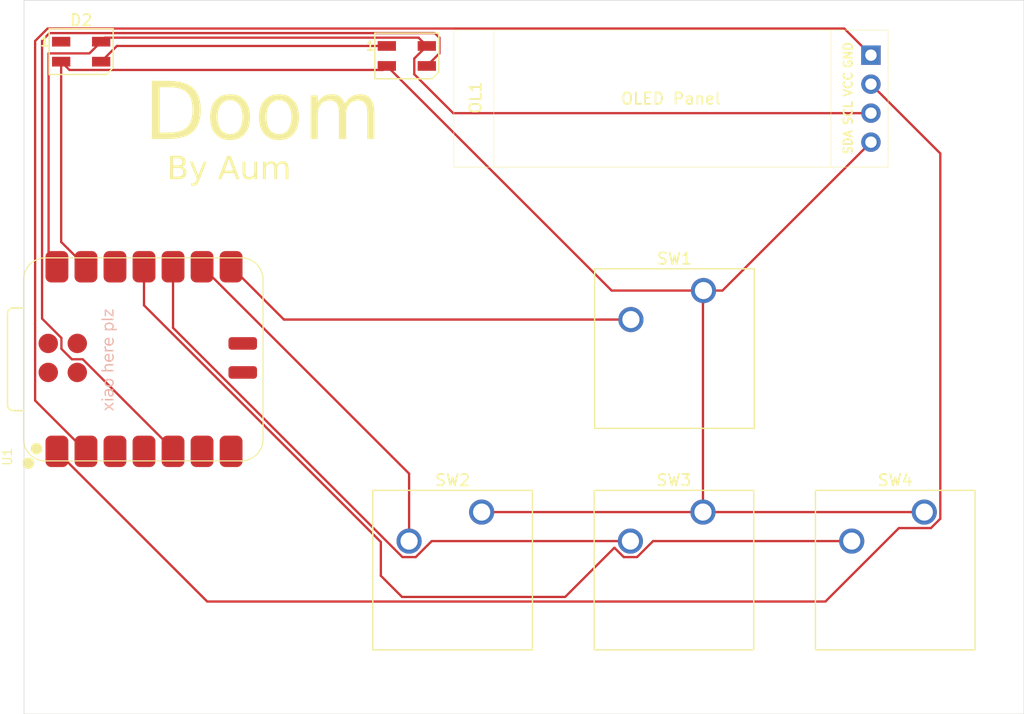
<source format=kicad_pcb>
(kicad_pcb (version 20241229) (generator "pcbnew") (generator_version "9.0")
  (layers (0 "F.Cu" signal) (2 "B.Cu" signal) (13 "F.Paste" user) (15 "B.Paste" user) (5 "F.SilkS" user "F.Silkscreen") (7 "B.SilkS" user "B.Silkscreen") (1 "F.Mask" user) (3 "B.Mask" user) (25 "Edge.Cuts" user))
  (net 0 "")
  (net 1 "+5V")
  (net 2 "GND")
  (net 3 "Net-(D1-DOUT)")
  (net 4 "Net-(D1-DIN)")
  (net 5 "Net-(OL1-SDA)")
  (net 6 "Net-(OL1-SCL)")
  (net 7 "Net-(U1-GPIO1_D7_CSn_RX)")
  (net 8 "Net-(U1-GPIO2_D8_SCK)")
  (net 9 "Net-(U1-GPIO4_D9_MISO)")
  (net 10 "Net-(U1-GPIO3_D10_MOSI)")
  (footprint "LED_SMD:LED_SK6812MINI_PLCC4_3.5x3.5mm_P1.75mm" (layer "F.Cu") (at 119.5 107.375)
    (property "Reference" "D1" (hide yes))
    (property "Value" "SK6812MINI" (hide yes))
    (fp_line (start -2.8 -2) (end -2.8 2) (stroke (width 0.12)) (layer "F.SilkS"))
    (fp_line (start -2.8 -2) (end 2.8 -2) (stroke (width 0.12)) (layer "F.SilkS"))
    (fp_line (start -2.8 2) (end 2.2 2) (stroke (width 0.12)) (layer "F.SilkS"))
    (fp_line (start 2.8 1.4) (end 2.2 2) (stroke (width 0.12)) (layer "F.SilkS"))
    (fp_line (start 2.8 1.4) (end 2.8 -2) (stroke (width 0.12)) (layer "F.SilkS"))
    (fp_text user "1" (at -3.2 -0.875 0) (layer "F.SilkS") (effects (font (size 0.8 0.8))))
    (pad "1" smd rect (at -1.75 -0.875) (size 1.6 0.85) (layers "F.Cu" "F.Mask" "F.Paste") (net 3 "Net-(D1-DOUT)"))
    (pad "2" smd rect (at -1.75 0.875) (size 1.6 0.85) (layers "F.Cu" "F.Mask" "F.Paste") (net 2 "GND"))
    (pad "3" smd rect (at 1.75 0.875) (size 1.6 0.85) (layers "F.Cu" "F.Mask" "F.Paste") (net 4 "Net-(D1-DIN)"))
    (pad "4" smd rect (at 1.75 -0.875) (size 1.6 0.85) (layers "F.Cu" "F.Mask" "F.Paste") (net 1 "+5V"))
  )
  (footprint "LED_SMD:LED_SK6812MINI_PLCC4_3.5x3.5mm_P1.75mm" (layer "F.Cu") (at 91 107)
    (property "Reference" "D2" (at 0 -2.75 0) (layer "F.SilkS"))
    (property "Value" "SK6812MINI")
    (fp_line (start -2.8 -2) (end -2.8 2) (stroke (width 0.12)) (layer "F.SilkS"))
    (fp_line (start -2.8 -2) (end 2.8 -2) (stroke (width 0.12)) (layer "F.SilkS"))
    (fp_line (start -2.8 2) (end 2.2 2) (stroke (width 0.12)) (layer "F.SilkS"))
    (fp_line (start 2.8 1.4) (end 2.2 2) (stroke (width 0.12)) (layer "F.SilkS"))
    (fp_line (start 2.8 1.4) (end 2.8 -2) (stroke (width 0.12)) (layer "F.SilkS"))
    (fp_text user "1" (at -3.2 -0.875 0) (layer "F.SilkS") (effects (font (size 0.8 0.8))))
    (pad "1" smd rect (at -1.75 -0.875) (size 1.6 0.85) (layers "F.Cu" "F.Mask" "F.Paste"))
    (pad "2" smd rect (at -1.75 0.875) (size 1.6 0.85) (layers "F.Cu" "F.Mask" "F.Paste") (net 2 "GND"))
    (pad "3" smd rect (at 1.75 0.875) (size 1.6 0.85) (layers "F.Cu" "F.Mask" "F.Paste") (net 3 "Net-(D1-DOUT)"))
    (pad "4" smd rect (at 1.75 -0.875) (size 1.6 0.85) (layers "F.Cu" "F.Mask" "F.Paste") (net 1 "+5V"))
  )
  (footprint "oled:SSD1306-0.91-OLED-4pin-128x32" (layer "F.Cu") (at 123.615 105.115)
    (property "Reference" "OL1" (at 1.9 5.91 90) (layer "F.SilkS"))
    (property "Value" "OLED")
    (fp_line (start 0 0) (end 0 12) (stroke (width 0.04)) (layer "F.SilkS"))
    (fp_line (start 0 12) (end 38 12) (stroke (width 0.04)) (layer "F.SilkS"))
    (fp_line (start 3.5 0) (end 3.5 12) (stroke (width 0.04)) (layer "F.SilkS"))
    (fp_line (start 33 0) (end 33 12) (stroke (width 0.04)) (layer "F.SilkS"))
    (fp_line (start 38 0) (end 0 0) (stroke (width 0.04)) (layer "F.SilkS"))
    (fp_line (start 38 12) (end 38 0) (stroke (width 0.04)) (layer "F.SilkS"))
    (fp_text user "SCL" (at 34.5 7.27 90) (layer "F.SilkS") (effects (font (size 0.75 0.75))))
    (fp_text user "VCC" (at 34.5 4.73 90) (layer "F.SilkS") (effects (font (size 0.75 0.75))))
    (fp_text user "OLED Panel" (at 19 6 0) (layer "F.SilkS"))
    (fp_text user "SDA" (at 34.5 9.81 90) (layer "F.SilkS") (effects (font (size 0.75 0.75))))
    (fp_text user "GND" (at 34.5 2.19 90) (layer "F.SilkS") (effects (font (size 0.75 0.75))))
    (pad "1" thru_hole rect (at 36.5 2.19) (size 1.7 1.7) (drill 1) (layers "*.Cu" "*.Mask") (net 5 "Net-(OL1-SDA)"))
    (pad "2" thru_hole oval (at 36.5 4.73) (size 1.7 1.7) (drill 1) (layers "*.Cu" "*.Mask") (net 6 "Net-(OL1-SCL)"))
    (pad "3" thru_hole oval (at 36.5 7.27) (size 1.7 1.7) (drill 1) (layers "*.Cu" "*.Mask") (net 1 "+5V"))
    (pad "4" thru_hole oval (at 36.5 9.81) (size 1.7 1.7) (drill 1) (layers "*.Cu" "*.Mask") (net 2 "GND"))
  )
  (footprint "Button_Switch_Keyboard:SW_Cherry_MX_1.00u_PCB" (layer "F.Cu") (at 164.7825 147.32)
    (property "Reference" "SW4" (at -2.54 -2.794 0) (layer "F.SilkS"))
    (property "Value" "SW_Push")
    (fp_line (start -9.525 -1.905) (end 4.445 -1.905) (stroke (width 0.12)) (layer "F.SilkS"))
    (fp_line (start -9.525 12.065) (end -9.525 -1.905) (stroke (width 0.12)) (layer "F.SilkS"))
    (fp_line (start 4.445 -1.905) (end 4.445 12.065) (stroke (width 0.12)) (layer "F.SilkS"))
    (fp_line (start 4.445 12.065) (end -9.525 12.065) (stroke (width 0.12)) (layer "F.SilkS"))
    (pad "" np_thru_hole circle (at -7.62 5.08) (size 1.7 1.7) (drill 1.7) (layers "*.Cu" "*.Mask"))
    (pad "" np_thru_hole circle (at -2.54 5.08) (size 4 4) (drill 4) (layers "*.Cu" "*.Mask"))
    (pad "" np_thru_hole circle (at 2.54 5.08) (size 1.7 1.7) (drill 1.7) (layers "*.Cu" "*.Mask"))
    (pad "1" thru_hole circle (at 0 0) (size 2.2 2.2) (drill 1.5) (layers "*.Cu" "*.Mask") (net 2 "GND"))
    (pad "2" thru_hole circle (at -6.35 2.54) (size 2.2 2.2) (drill 1.5) (layers "*.Cu" "*.Mask") (net 10 "Net-(U1-GPIO3_D10_MOSI)"))
  )
  (footprint "hackpack2.0:XIAO-RP2040-SMD" (layer "F.Cu") (at 96.5 134 90)
    (property "Reference" "U1" (at -9.335 -11.5 90) (layer "F.SilkS") (effects (font (size 0.78232 0.78232) (thickness 0.10668)) (justify left bottom)))
    (property "Value" "XIAO-RP2040-SMD")
    (fp_line (start -3.936272 -11.947) (end 4.059 -11.947) (stroke (width 0.127)) (layer "F.SilkS"))
    (fp_line (start 4.559 -11.447) (end 4.559 -10.537) (stroke (width 0.127)) (layer "F.SilkS"))
    (fp_line (start 7.04 -10.537) (end -6.93 -10.537) (stroke (width 0.1)) (layer "F.SilkS"))
    (fp_line (start -4.44 -10.537) (end -4.436272 -11.447272) (stroke (width 0.127)) (layer "F.SilkS"))
    (fp_line (start 8.945 8.513) (end 8.945 -8.632) (stroke (width 0.1)) (layer "F.SilkS"))
    (fp_line (start -8.835 8.513) (end -8.835 -8.632) (stroke (width 0.1)) (layer "F.SilkS"))
    (fp_line (start -6.93 10.418) (end 7.04 10.418) (stroke (width 0.1)) (layer "F.SilkS"))
    (fp_arc (start 4.059 -11.947) (mid 4.412553 -11.800553) (end 4.559 -11.447) (stroke (width 0.127)) (layer "F.SilkS"))
    (fp_arc (start -4.436272 -11.447272) (mid -4.289724 -11.800644) (end -3.936272 -11.947) (stroke (width 0.127)) (layer "F.SilkS"))
    (fp_arc (start 7.04 -10.537) (mid 8.387038 -9.979038) (end 8.945 -8.632) (stroke (width 0.1)) (layer "F.SilkS"))
    (fp_arc (start -8.835 -8.636) (mid -8.277038 -9.983038) (end -6.93 -10.541) (stroke (width 0.1)) (layer "F.SilkS"))
    (fp_arc (start 8.945 8.513) (mid 8.387038 9.860038) (end 7.04 10.418) (stroke (width 0.1)) (layer "F.SilkS"))
    (fp_arc (start -6.93 10.418) (mid -8.277038 9.860038) (end -8.835 8.513) (stroke (width 0.1)) (layer "F.SilkS"))
    (fp_circle (center -9.045 -10.121) (end -9.045 -10.375) (stroke (width 0.5)) (fill yes) (layer "F.SilkS"))
    (fp_circle (center -7.771 -9.404) (end -7.771 -9.658) (stroke (width 0.5)) (fill yes) (layer "F.SilkS"))
    (pad "1" smd roundrect (at -8 -7.62 90) (size 2.75 2) (layers "F.Cu" "F.Mask" "F.Paste") (net 6 "Net-(OL1-SCL)"))
    (pad "2" smd roundrect (at -8 -5.08 90) (size 2.75 2) (layers "F.Cu" "F.Mask" "F.Paste") (net 5 "Net-(OL1-SDA)"))
    (pad "3" smd roundrect (at -8 -2.54 90) (size 2.75 2) (layers "F.Cu" "F.Mask" "F.Paste"))
    (pad "4" smd roundrect (at -8 0 90) (size 2.75 2) (layers "F.Cu" "F.Mask" "F.Paste"))
    (pad "5" smd roundrect (at -8 2.54 90) (size 2.75 2) (layers "F.Cu" "F.Mask" "F.Paste") (net 4 "Net-(D1-DIN)"))
    (pad "6" smd roundrect (at -8 5.08 90) (size 2.75 2) (layers "F.Cu" "F.Mask" "F.Paste"))
    (pad "7" smd roundrect (at -8 7.62 90) (size 2.75 2) (layers "F.Cu" "F.Mask" "F.Paste"))
    (pad "8" smd roundrect (at 8.165 7.62 90) (size 2.75 2) (layers "F.Cu" "F.Mask" "F.Paste") (net 7 "Net-(U1-GPIO1_D7_CSn_RX)"))
    (pad "9" smd roundrect (at 8.165 5.08 90) (size 2.75 2) (layers "F.Cu" "F.Mask" "F.Paste") (net 8 "Net-(U1-GPIO2_D8_SCK)"))
    (pad "10" smd roundrect (at 8.165 2.54 90) (size 2.75 2) (layers "F.Cu" "F.Mask" "F.Paste") (net 9 "Net-(U1-GPIO4_D9_MISO)"))
    (pad "11" smd roundrect (at 8.165 0 90) (size 2.75 2) (layers "F.Cu" "F.Mask" "F.Paste") (net 10 "Net-(U1-GPIO3_D10_MOSI)"))
    (pad "12" smd roundrect (at 8.165 -2.54 90) (size 2.75 2) (layers "F.Cu" "F.Mask" "F.Paste"))
    (pad "13" smd roundrect (at 8.165 -5.08 90) (size 2.75 2) (layers "F.Cu" "F.Mask" "F.Paste") (net 2 "GND"))
    (pad "14" smd roundrect (at 8.165 -7.62 90) (size 2.75 2) (layers "F.Cu" "F.Mask" "F.Paste") (net 1 "+5V"))
    (pad "15" smd roundrect (at -1.088 8.64) (size 2.5 1.1) (layers "F.Cu" "F.Mask" "F.Paste"))
    (pad "16" smd roundrect (at 1.452 8.64) (size 2.5 1.1) (layers "F.Cu" "F.Mask" "F.Paste"))
    (pad "17" smd circle (at -1.088 -8.378 90) (size 1.7 1.7) (layers "F.Cu" "F.Mask" "F.Paste"))
    (pad "18" smd circle (at 1.452 -8.378 90) (size 1.7 1.7) (layers "F.Cu" "F.Mask" "F.Paste"))
    (pad "19" smd circle (at -1.088 -5.838 90) (size 1.7 1.7) (layers "F.Cu" "F.Mask" "F.Paste"))
    (pad "20" smd circle (at 1.452 -5.838 90) (size 1.7 1.7) (layers "F.Cu" "F.Mask" "F.Paste"))
  )
  (footprint "Button_Switch_Keyboard:SW_Cherry_MX_1.00u_PCB" (layer "F.Cu") (at 145.415 147.32)
    (property "Reference" "SW3" (at -2.54 -2.794 0) (layer "F.SilkS"))
    (property "Value" "SW_Push")
    (fp_line (start -9.525 -1.905) (end 4.445 -1.905) (stroke (width 0.12)) (layer "F.SilkS"))
    (fp_line (start -9.525 12.065) (end -9.525 -1.905) (stroke (width 0.12)) (layer "F.SilkS"))
    (fp_line (start 4.445 -1.905) (end 4.445 12.065) (stroke (width 0.12)) (layer "F.SilkS"))
    (fp_line (start 4.445 12.065) (end -9.525 12.065) (stroke (width 0.12)) (layer "F.SilkS"))
    (pad "" np_thru_hole circle (at -7.62 5.08) (size 1.7 1.7) (drill 1.7) (layers "*.Cu" "*.Mask"))
    (pad "" np_thru_hole circle (at -2.54 5.08) (size 4 4) (drill 4) (layers "*.Cu" "*.Mask"))
    (pad "" np_thru_hole circle (at 2.54 5.08) (size 1.7 1.7) (drill 1.7) (layers "*.Cu" "*.Mask"))
    (pad "1" thru_hole circle (at 0 0) (size 2.2 2.2) (drill 1.5) (layers "*.Cu" "*.Mask") (net 2 "GND"))
    (pad "2" thru_hole circle (at -6.35 2.54) (size 2.2 2.2) (drill 1.5) (layers "*.Cu" "*.Mask") (net 9 "Net-(U1-GPIO4_D9_MISO)"))
  )
  (footprint "Button_Switch_Keyboard:SW_Cherry_MX_1.00u_PCB" (layer "F.Cu") (at 126.0475 147.32)
    (property "Reference" "SW2" (at -2.54 -2.794 0) (layer "F.SilkS"))
    (property "Value" "SW_Push")
    (fp_line (start -9.525 -1.905) (end 4.445 -1.905) (stroke (width 0.12)) (layer "F.SilkS"))
    (fp_line (start -9.525 12.065) (end -9.525 -1.905) (stroke (width 0.12)) (layer "F.SilkS"))
    (fp_line (start 4.445 -1.905) (end 4.445 12.065) (stroke (width 0.12)) (layer "F.SilkS"))
    (fp_line (start 4.445 12.065) (end -9.525 12.065) (stroke (width 0.12)) (layer "F.SilkS"))
    (pad "" np_thru_hole circle (at -7.62 5.08) (size 1.7 1.7) (drill 1.7) (layers "*.Cu" "*.Mask"))
    (pad "" np_thru_hole circle (at -2.54 5.08) (size 4 4) (drill 4) (layers "*.Cu" "*.Mask"))
    (pad "" np_thru_hole circle (at 2.54 5.08) (size 1.7 1.7) (drill 1.7) (layers "*.Cu" "*.Mask"))
    (pad "1" thru_hole circle (at 0 0) (size 2.2 2.2) (drill 1.5) (layers "*.Cu" "*.Mask") (net 2 "GND"))
    (pad "2" thru_hole circle (at -6.35 2.54) (size 2.2 2.2) (drill 1.5) (layers "*.Cu" "*.Mask") (net 8 "Net-(U1-GPIO2_D8_SCK)"))
  )
  (footprint "Button_Switch_Keyboard:SW_Cherry_MX_1.00u_PCB" (layer "F.Cu") (at 145.46 127.92)
    (property "Reference" "SW1" (at -2.54 -2.794 0) (layer "F.SilkS"))
    (property "Value" "SW_Push")
    (fp_line (start -9.525 -1.905) (end 4.445 -1.905) (stroke (width 0.12)) (layer "F.SilkS"))
    (fp_line (start -9.525 12.065) (end -9.525 -1.905) (stroke (width 0.12)) (layer "F.SilkS"))
    (fp_line (start 4.445 -1.905) (end 4.445 12.065) (stroke (width 0.12)) (layer "F.SilkS"))
    (fp_line (start 4.445 12.065) (end -9.525 12.065) (stroke (width 0.12)) (layer "F.SilkS"))
    (pad "" np_thru_hole circle (at -7.62 5.08) (size 1.7 1.7) (drill 1.7) (layers "*.Cu" "*.Mask"))
    (pad "" np_thru_hole circle (at -2.54 5.08) (size 4 4) (drill 4) (layers "*.Cu" "*.Mask"))
    (pad "" np_thru_hole circle (at 2.54 5.08) (size 1.7 1.7) (drill 1.7) (layers "*.Cu" "*.Mask"))
    (pad "1" thru_hole circle (at 0 0) (size 2.2 2.2) (drill 1.5) (layers "*.Cu" "*.Mask") (net 2 "GND"))
    (pad "2" thru_hole circle (at -6.35 2.54) (size 2.2 2.2) (drill 1.5) (layers "*.Cu" "*.Mask") (net 7 "Net-(U1-GPIO1_D7_CSn_RX)"))
  )
  (gr_rect (start 86 102.5) (end 173.5 165) (stroke (width 0.05)) (fill no) (layer "Edge.Cuts"))
  (gr_text "By Aum" (at 98.5 118.5 0) (layer "F.SilkS") (effects (font (size 2 2)) (justify left bottom)))
  (gr_text "Doom\n" (at 96.5 115.5 0) (layer "F.SilkS") (effects (font (size 5 5)) (justify left bottom)))
  (gr_text "xiao here plz" (at 94 138.5 90) (layer "B.SilkS") (effects (font (size 1 1)) (justify left bottom)))
  (segment (start 121.25 106.5) (end 120.149 107.601) (width 0.2) (layer "F.Cu") (net 1))
  (segment (start 121.25 106.5) (end 120.524 105.774) (width 0.2) (layer "F.Cu") (net 1))
  (segment (start 93.101 105.774) (end 92.75 106.125) (width 0.2) (layer "F.Cu") (net 1))
  (segment (start 91.726 107.149) (end 92.75 106.125) (width 0.2) (layer "F.Cu") (net 1))
  (segment (start 88.149 107.149) (end 91.726 107.149) (width 0.2) (layer "F.Cu") (net 1))
  (segment (start 88.88 125.835) (end 88.149 125.104) (width 0.2) (layer "F.Cu") (net 1))
  (segment (start 88.149 125.104) (end 88.149 107.149) (width 0.2) (layer "F.Cu") (net 1))
  (segment (start 120.149 107.601) (end 120.149 108.976) (width 0.2) (layer "F.Cu") (net 1))
  (segment (start 120.149 108.976) (end 123.558 112.385) (width 0.2) (layer "F.Cu") (net 1))
  (segment (start 120.524 105.774) (end 93.101 105.774) (width 0.2) (layer "F.Cu") (net 1))
  (segment (start 123.558 112.385) (end 160.115 112.385) (width 0.2) (layer "F.Cu") (net 1))
  (segment (start 89.25 123.665) (end 91.42 125.835) (width 0.2) (layer "F.Cu") (net 2))
  (segment (start 117.399 108.601) (end 89.976 108.601) (width 0.2) (layer "F.Cu") (net 2))
  (segment (start 89.25 107.875) (end 89.25 123.665) (width 0.2) (layer "F.Cu") (net 2))
  (segment (start 126.0475 147.32) (end 164.7825 147.32) (width 0.2) (layer "F.Cu") (net 2))
  (segment (start 117.75 108.25) (end 117.399 108.601) (width 0.2) (layer "F.Cu") (net 2))
  (segment (start 145.46 127.92) (end 147.12 127.92) (width 0.2) (layer "F.Cu") (net 2))
  (segment (start 147.12 127.92) (end 160.115 114.925) (width 0.2) (layer "F.Cu") (net 2))
  (segment (start 145.415 147.32) (end 145.415 127.965) (width 0.2) (layer "F.Cu") (net 2))
  (segment (start 145.415 127.965) (end 145.46 127.92) (width 0.2) (layer "F.Cu") (net 2))
  (segment (start 137.42 127.92) (end 117.75 108.25) (width 0.2) (layer "F.Cu") (net 2))
  (segment (start 89.976 108.601) (end 89.25 107.875) (width 0.2) (layer "F.Cu") (net 2))
  (segment (start 145.46 127.92) (end 137.42 127.92) (width 0.2) (layer "F.Cu") (net 2))
  (segment (start 94.125 106.5) (end 92.75 107.875) (width 0.2) (layer "F.Cu") (net 3))
  (segment (start 117.75 106.5) (end 94.125 106.5) (width 0.2) (layer "F.Cu") (net 3))
  (segment (start 99.04 141.83824) (end 99.04 142) (width 0.2) (layer "F.Cu") (net 4))
  (segment (start 90.18524 133.937) (end 91.13876 133.937) (width 0.2) (layer "F.Cu") (net 4))
  (segment (start 91.13876 133.937) (end 99.04 141.83824) (width 0.2) (layer "F.Cu") (net 4))
  (segment (start 87.579 130.37724) (end 89.273 132.07124) (width 0.2) (layer "F.Cu") (net 4))
  (segment (start 122.351 107.149) (end 122.351 105.774) (width 0.2) (layer "F.Cu") (net 4))
  (segment (start 87.579 106.022) (end 87.579 130.37724) (width 0.2) (layer "F.Cu") (net 4))
  (segment (start 88.228 105.373) (end 87.579 106.022) (width 0.2) (layer "F.Cu") (net 4))
  (segment (start 122.351 105.774) (end 121.95 105.373) (width 0.2) (layer "F.Cu") (net 4))
  (segment (start 89.273 132.07124) (end 89.273 133.02476) (width 0.2) (layer "F.Cu") (net 4))
  (segment (start 89.273 133.02476) (end 90.18524 133.937) (width 0.2) (layer "F.Cu") (net 4))
  (segment (start 121.95 105.373) (end 88.228 105.373) (width 0.2) (layer "F.Cu") (net 4))
  (segment (start 121.25 108.25) (end 122.351 107.149) (width 0.2) (layer "F.Cu") (net 4))
  (segment (start 160.115 107.305) (end 157.782 104.972) (width 0.2) (layer "F.Cu") (net 5))
  (segment (start 86.971 106.0629) (end 86.971 137.551) (width 0.2) (layer "F.Cu") (net 5))
  (segment (start 88.0619 104.972) (end 86.971 106.0629) (width 0.2) (layer "F.Cu") (net 5))
  (segment (start 86.971 137.551) (end 91.42 142) (width 0.2) (layer "F.Cu") (net 5))
  (segment (start 157.782 104.972) (end 88.0619 104.972) (width 0.2) (layer "F.Cu") (net 5))
  (segment (start 166.1835 115.9135) (end 166.1835 147.900314) (width 0.2) (layer "F.Cu") (net 6))
  (segment (start 156.129814 155.152) (end 102.032 155.152) (width 0.2) (layer "F.Cu") (net 6))
  (segment (start 89.511 141.369) (end 88.88 142) (width 0.2) (layer "F.Cu") (net 6))
  (segment (start 165.362814 148.721) (end 162.560814 148.721) (width 0.2) (layer "F.Cu") (net 6))
  (segment (start 160.115 109.845) (end 166.1835 115.9135) (width 0.2) (layer "F.Cu") (net 6))
  (segment (start 166.1835 147.900314) (end 165.362814 148.721) (width 0.2) (layer "F.Cu") (net 6))
  (segment (start 102.032 155.152) (end 88.88 142) (width 0.2) (layer "F.Cu") (net 6))
  (segment (start 162.560814 148.721) (end 156.129814 155.152) (width 0.2) (layer "F.Cu") (net 6))
  (segment (start 108.745 130.46) (end 104.12 125.835) (width 0.2) (layer "F.Cu") (net 7))
  (segment (start 139.11 130.46) (end 108.745 130.46) (width 0.2) (layer "F.Cu") (net 7))
  (segment (start 119.6975 143.9525) (end 101.58 125.835) (width 0.2) (layer "F.Cu") (net 8))
  (segment (start 119.6975 149.86) (end 119.6975 143.9525) (width 0.2) (layer "F.Cu") (net 8))
  (segment (start 99.04 131.183814) (end 99.04 125.835) (width 0.2) (layer "F.Cu") (net 9))
  (segment (start 139.065 149.86) (end 121.678814 149.86) (width 0.2) (layer "F.Cu") (net 9))
  (segment (start 119.117186 151.261) (end 99.04 131.183814) (width 0.2) (layer "F.Cu") (net 9))
  (segment (start 121.678814 149.86) (end 120.277814 151.261) (width 0.2) (layer "F.Cu") (net 9))
  (segment (start 120.277814 151.261) (end 119.117186 151.261) (width 0.2) (layer "F.Cu") (net 9))
  (segment (start 139.645314 151.261) (end 138.484686 151.261) (width 0.2) (layer "F.Cu") (net 10))
  (segment (start 138.484686 151.261) (end 137.664 150.440314) (width 0.2) (layer "F.Cu") (net 10))
  (segment (start 158.4325 149.86) (end 141.046314 149.86) (width 0.2) (layer "F.Cu") (net 10))
  (segment (start 137.664 150.440314) (end 133.353314 154.751) (width 0.2) (layer "F.Cu") (net 10))
  (segment (start 133.353314 154.751) (end 119.08003 154.751) (width 0.2) (layer "F.Cu") (net 10))
  (segment (start 141.046314 149.86) (end 139.645314 151.261) (width 0.2) (layer "F.Cu") (net 10))
  (segment (start 119.08003 154.751) (end 117.2265 152.89747) (width 0.2) (layer "F.Cu") (net 10))
  (segment (start 117.2265 149.937414) (end 96.5 129.210914) (width 0.2) (layer "F.Cu") (net 10))
  (segment (start 117.2265 152.89747) (end 117.2265 149.937414) (width 0.2) (layer "F.Cu") (net 10))
  (segment (start 96.5 129.210914) (end 96.5 125.835) (width 0.2) (layer "F.Cu") (net 10))
)
</source>
